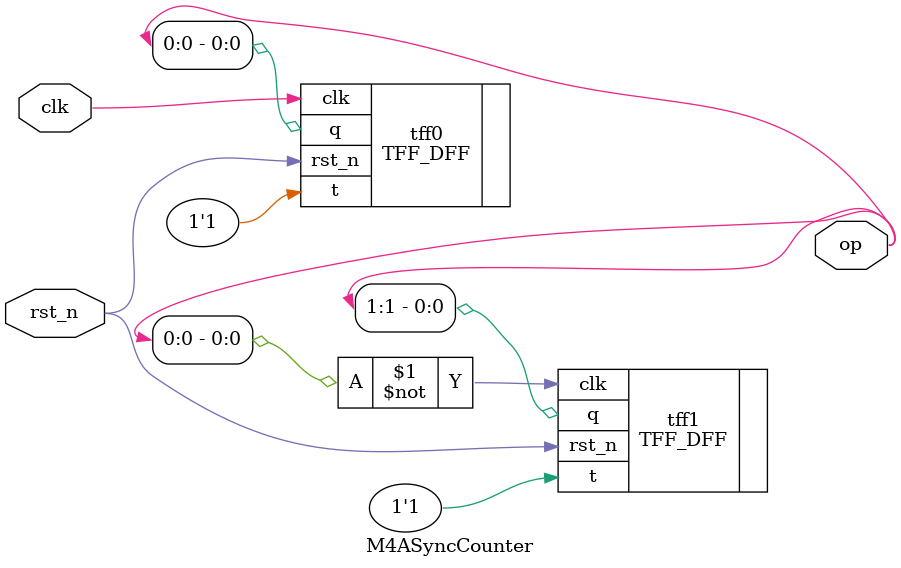
<source format=sv>
module M4ASyncCounter(input clk, rst_n,
                      output [1:0] op);

    TFF_DFF tff0(.t(1'b1), .clk(clk), .rst_n(rst_n), .q(op[0]));
    TFF_DFF tff1(.t(1'b1), .clk(~op[0]), .rst_n(rst_n), .q(op[1]));
    
endmodule

</source>
